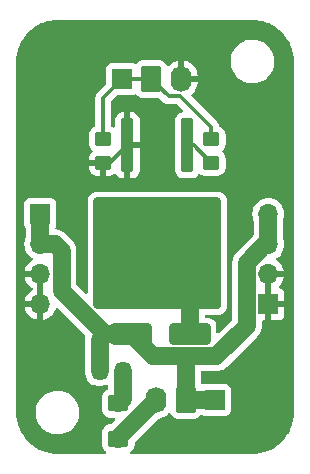
<source format=gtl>
G04 #@! TF.GenerationSoftware,KiCad,Pcbnew,7.0.1*
G04 #@! TF.CreationDate,2025-03-09T11:47:29-05:00*
G04 #@! TF.ProjectId,Single Mosfet Board V2,53696e67-6c65-4204-9d6f-736665742042,rev?*
G04 #@! TF.SameCoordinates,Original*
G04 #@! TF.FileFunction,Copper,L1,Top*
G04 #@! TF.FilePolarity,Positive*
%FSLAX46Y46*%
G04 Gerber Fmt 4.6, Leading zero omitted, Abs format (unit mm)*
G04 Created by KiCad (PCBNEW 7.0.1) date 2025-03-09 11:47:29*
%MOMM*%
%LPD*%
G01*
G04 APERTURE LIST*
G04 Aperture macros list*
%AMRoundRect*
0 Rectangle with rounded corners*
0 $1 Rounding radius*
0 $2 $3 $4 $5 $6 $7 $8 $9 X,Y pos of 4 corners*
0 Add a 4 corners polygon primitive as box body*
4,1,4,$2,$3,$4,$5,$6,$7,$8,$9,$2,$3,0*
0 Add four circle primitives for the rounded corners*
1,1,$1+$1,$2,$3*
1,1,$1+$1,$4,$5*
1,1,$1+$1,$6,$7*
1,1,$1+$1,$8,$9*
0 Add four rect primitives between the rounded corners*
20,1,$1+$1,$2,$3,$4,$5,0*
20,1,$1+$1,$4,$5,$6,$7,0*
20,1,$1+$1,$6,$7,$8,$9,0*
20,1,$1+$1,$8,$9,$2,$3,0*%
G04 Aperture macros list end*
G04 #@! TA.AperFunction,SMDPad,CuDef*
%ADD10RoundRect,0.250000X-0.450000X0.350000X-0.450000X-0.350000X0.450000X-0.350000X0.450000X0.350000X0*%
G04 #@! TD*
G04 #@! TA.AperFunction,SMDPad,CuDef*
%ADD11RoundRect,0.250000X-0.300000X2.050000X-0.300000X-2.050000X0.300000X-2.050000X0.300000X2.050000X0*%
G04 #@! TD*
G04 #@! TA.AperFunction,SMDPad,CuDef*
%ADD12RoundRect,0.250002X-5.149998X4.449998X-5.149998X-4.449998X5.149998X-4.449998X5.149998X4.449998X0*%
G04 #@! TD*
G04 #@! TA.AperFunction,SMDPad,CuDef*
%ADD13RoundRect,0.250000X-2.375000X2.025000X-2.375000X-2.025000X2.375000X-2.025000X2.375000X2.025000X0*%
G04 #@! TD*
G04 #@! TA.AperFunction,ComponentPad*
%ADD14RoundRect,0.250000X-0.620000X-0.845000X0.620000X-0.845000X0.620000X0.845000X-0.620000X0.845000X0*%
G04 #@! TD*
G04 #@! TA.AperFunction,ComponentPad*
%ADD15O,1.740000X2.190000*%
G04 #@! TD*
G04 #@! TA.AperFunction,ComponentPad*
%ADD16R,1.700000X1.700000*%
G04 #@! TD*
G04 #@! TA.AperFunction,ComponentPad*
%ADD17O,1.700000X1.700000*%
G04 #@! TD*
G04 #@! TA.AperFunction,SMDPad,CuDef*
%ADD18RoundRect,0.250001X0.624999X-0.462499X0.624999X0.462499X-0.624999X0.462499X-0.624999X-0.462499X0*%
G04 #@! TD*
G04 #@! TA.AperFunction,ComponentPad*
%ADD19RoundRect,0.250000X0.620000X0.845000X-0.620000X0.845000X-0.620000X-0.845000X0.620000X-0.845000X0*%
G04 #@! TD*
G04 #@! TA.AperFunction,SMDPad,CuDef*
%ADD20RoundRect,0.250000X-1.500000X-0.650000X1.500000X-0.650000X1.500000X0.650000X-1.500000X0.650000X0*%
G04 #@! TD*
G04 #@! TA.AperFunction,SMDPad,CuDef*
%ADD21RoundRect,0.250000X-0.350000X-0.450000X0.350000X-0.450000X0.350000X0.450000X-0.350000X0.450000X0*%
G04 #@! TD*
G04 #@! TA.AperFunction,ViaPad*
%ADD22C,0.800000*%
G04 #@! TD*
G04 #@! TA.AperFunction,Conductor*
%ADD23C,0.350000*%
G04 #@! TD*
G04 #@! TA.AperFunction,Conductor*
%ADD24C,1.500000*%
G04 #@! TD*
G04 APERTURE END LIST*
D10*
X134874000Y-71374000D03*
X134874000Y-73374000D03*
D11*
X141986000Y-71876000D03*
X136906000Y-71876000D03*
D12*
X139446000Y-81026000D03*
D13*
X136671000Y-83451000D03*
X142221000Y-78601000D03*
X142221000Y-83451000D03*
X136671000Y-78601000D03*
D14*
X138938000Y-66270000D03*
D15*
X141478000Y-66270000D03*
D16*
X144330000Y-93430000D03*
D17*
X148844000Y-77714000D03*
X148844000Y-80254000D03*
X148844000Y-82794000D03*
D16*
X148844000Y-85334000D03*
X129540000Y-77700000D03*
D17*
X129540000Y-80240000D03*
X129540000Y-82780000D03*
X129540000Y-85320000D03*
D18*
X136144000Y-96701000D03*
X136144000Y-93726000D03*
D16*
X136478000Y-66270000D03*
D10*
X144018000Y-71374000D03*
X144018000Y-73374000D03*
D19*
X141870000Y-93430000D03*
D15*
X139330000Y-93430000D03*
D20*
X137200000Y-87884000D03*
X142200000Y-87884000D03*
D21*
X134550000Y-91000000D03*
X136550000Y-91000000D03*
D22*
X141224000Y-87884000D03*
X143256000Y-87884000D03*
D23*
X134874000Y-73374000D02*
X135408000Y-73374000D01*
X135408000Y-73374000D02*
X136906000Y-71876000D01*
X134874000Y-67874000D02*
X136478000Y-66270000D01*
X134874000Y-71374000D02*
X134874000Y-67874000D01*
X138938000Y-66270000D02*
X136478000Y-66270000D01*
X140408000Y-67740000D02*
X138938000Y-66270000D01*
X141400000Y-67740000D02*
X140408000Y-67740000D01*
X144018000Y-70358000D02*
X141400000Y-67740000D01*
X144018000Y-71374000D02*
X144018000Y-70358000D01*
X142520000Y-71876000D02*
X144018000Y-73374000D01*
X141986000Y-71876000D02*
X142520000Y-71876000D01*
D24*
X142200000Y-83472000D02*
X142221000Y-83451000D01*
X142200000Y-87884000D02*
X142200000Y-83472000D01*
X136550000Y-93320000D02*
X136550000Y-91000000D01*
X136144000Y-93726000D02*
X136550000Y-93320000D01*
X136144000Y-96616000D02*
X139330000Y-93430000D01*
X136144000Y-96701000D02*
X136144000Y-96616000D01*
X134550000Y-88340945D02*
X134550000Y-91000000D01*
X135006945Y-87884000D02*
X134550000Y-88340945D01*
X141732000Y-89734000D02*
X144454000Y-89734000D01*
X141870000Y-89872000D02*
X141732000Y-89734000D01*
X139050000Y-89734000D02*
X141732000Y-89734000D01*
X141870000Y-93430000D02*
X141870000Y-89872000D01*
X148844000Y-77714000D02*
X148844000Y-80254000D01*
X147044000Y-81810000D02*
X148600000Y-80254000D01*
X148600000Y-80254000D02*
X148844000Y-80254000D01*
X144454000Y-89734000D02*
X147044000Y-87144000D01*
X147044000Y-87144000D02*
X147044000Y-81810000D01*
X137200000Y-87884000D02*
X139050000Y-89734000D01*
X129540000Y-77700000D02*
X129540000Y-80240000D01*
X130786000Y-80240000D02*
X129540000Y-80240000D01*
X131340000Y-84217055D02*
X131340000Y-80794000D01*
X135006945Y-87884000D02*
X131340000Y-84217055D01*
X131340000Y-80794000D02*
X130786000Y-80240000D01*
X137200000Y-87884000D02*
X135006945Y-87884000D01*
X144330000Y-93430000D02*
X141870000Y-93430000D01*
G04 #@! TA.AperFunction,Conductor*
G36*
X147503032Y-61270649D02*
G01*
X147507384Y-61270862D01*
X147652450Y-61277989D01*
X147843670Y-61288010D01*
X147855324Y-61289177D01*
X148021254Y-61313791D01*
X148022225Y-61313940D01*
X148194897Y-61341289D01*
X148205570Y-61343465D01*
X148371374Y-61384997D01*
X148373014Y-61385422D01*
X148538880Y-61429866D01*
X148548544Y-61432884D01*
X148652693Y-61470150D01*
X148710526Y-61490843D01*
X148713188Y-61491830D01*
X148746726Y-61504704D01*
X148872097Y-61552829D01*
X148880623Y-61556475D01*
X149036869Y-61630374D01*
X149040055Y-61631939D01*
X149182487Y-61704511D01*
X149191094Y-61708897D01*
X149198547Y-61713023D01*
X149347075Y-61802047D01*
X149350824Y-61804387D01*
X149492670Y-61896503D01*
X149498977Y-61900884D01*
X149638210Y-62004147D01*
X149642365Y-62007367D01*
X149773635Y-62113667D01*
X149778872Y-62118155D01*
X149907389Y-62234636D01*
X149911797Y-62238833D01*
X150031165Y-62358201D01*
X150035362Y-62362609D01*
X150151843Y-62491126D01*
X150156331Y-62496363D01*
X150262620Y-62627619D01*
X150265851Y-62631788D01*
X150369114Y-62771021D01*
X150373512Y-62777353D01*
X150465599Y-62919155D01*
X150467963Y-62922942D01*
X150556975Y-63071451D01*
X150561101Y-63078904D01*
X150638037Y-63229898D01*
X150639647Y-63233176D01*
X150713510Y-63389345D01*
X150717179Y-63397925D01*
X150778168Y-63556810D01*
X150779155Y-63559472D01*
X150837111Y-63721447D01*
X150840135Y-63731128D01*
X150884535Y-63896827D01*
X150885044Y-63898792D01*
X150926526Y-64064398D01*
X150928715Y-64075130D01*
X150956041Y-64247665D01*
X150956226Y-64248867D01*
X150980818Y-64414649D01*
X150981990Y-64426355D01*
X150991989Y-64617157D01*
X150991886Y-64617162D01*
X150992011Y-64617561D01*
X150999351Y-64766967D01*
X150999500Y-64773052D01*
X150999500Y-94496948D01*
X150999351Y-94503033D01*
X150992014Y-94652369D01*
X150991993Y-94652774D01*
X150981990Y-94843644D01*
X150980818Y-94855349D01*
X150956226Y-95021131D01*
X150956041Y-95022333D01*
X150928715Y-95194868D01*
X150926526Y-95205600D01*
X150885044Y-95371206D01*
X150884535Y-95373171D01*
X150840135Y-95538870D01*
X150837111Y-95548551D01*
X150779155Y-95710526D01*
X150778168Y-95713188D01*
X150717179Y-95872073D01*
X150713510Y-95880653D01*
X150639647Y-96036822D01*
X150638037Y-96040100D01*
X150561101Y-96191094D01*
X150556975Y-96198547D01*
X150467963Y-96347056D01*
X150465599Y-96350843D01*
X150373512Y-96492645D01*
X150369114Y-96498977D01*
X150265851Y-96638210D01*
X150262620Y-96642379D01*
X150156331Y-96773635D01*
X150151843Y-96778872D01*
X150035362Y-96907389D01*
X150031165Y-96911797D01*
X149911797Y-97031165D01*
X149907389Y-97035362D01*
X149778872Y-97151843D01*
X149773635Y-97156331D01*
X149642379Y-97262620D01*
X149638210Y-97265851D01*
X149498977Y-97369114D01*
X149492645Y-97373512D01*
X149350843Y-97465599D01*
X149347056Y-97467963D01*
X149198547Y-97556975D01*
X149191094Y-97561101D01*
X149040100Y-97638037D01*
X149036822Y-97639647D01*
X148880653Y-97713510D01*
X148872073Y-97717179D01*
X148713188Y-97778168D01*
X148710526Y-97779155D01*
X148548551Y-97837111D01*
X148538870Y-97840135D01*
X148373171Y-97884535D01*
X148371206Y-97885044D01*
X148205600Y-97926526D01*
X148194868Y-97928715D01*
X148022333Y-97956041D01*
X148021131Y-97956226D01*
X147855349Y-97980818D01*
X147843644Y-97981990D01*
X147652774Y-97991993D01*
X147652369Y-97992014D01*
X147503033Y-97999351D01*
X147496948Y-97999500D01*
X137280460Y-97999500D01*
X137219086Y-97983246D01*
X137173802Y-97938745D01*
X137156479Y-97877664D01*
X137171659Y-97816016D01*
X137215363Y-97769962D01*
X137237654Y-97756212D01*
X137361711Y-97632155D01*
X137453813Y-97482836D01*
X137458742Y-97467963D01*
X137508999Y-97316297D01*
X137519500Y-97213508D01*
X137519500Y-97060336D01*
X137528939Y-97012883D01*
X137555819Y-96972655D01*
X138035829Y-96492645D01*
X139484548Y-95043924D01*
X139512903Y-95022719D01*
X139546098Y-95010392D01*
X139732765Y-94970164D01*
X139949235Y-94883179D01*
X140147891Y-94760862D01*
X140323018Y-94606731D01*
X140354911Y-94567231D01*
X140408178Y-94528902D01*
X140473547Y-94523126D01*
X140532710Y-94551521D01*
X140554344Y-94583993D01*
X140557578Y-94581999D01*
X140565185Y-94594333D01*
X140565186Y-94594334D01*
X140585818Y-94627785D01*
X140657288Y-94743657D01*
X140781342Y-94867711D01*
X140790426Y-94873314D01*
X140930666Y-94959814D01*
X141042017Y-94996712D01*
X141097202Y-95014999D01*
X141107703Y-95016071D01*
X141199991Y-95025500D01*
X142540008Y-95025499D01*
X142642797Y-95014999D01*
X142809334Y-94959814D01*
X142958656Y-94867712D01*
X143082712Y-94743656D01*
X143082713Y-94743653D01*
X143084431Y-94741936D01*
X143134353Y-94711506D01*
X143192669Y-94707333D01*
X143220359Y-94719188D01*
X143220965Y-94717565D01*
X143237666Y-94723794D01*
X143237669Y-94723796D01*
X143372517Y-94774091D01*
X143432127Y-94780500D01*
X145227872Y-94780499D01*
X145287483Y-94774091D01*
X145422331Y-94723796D01*
X145537546Y-94637546D01*
X145623796Y-94522331D01*
X145674091Y-94387483D01*
X145680500Y-94327873D01*
X145680499Y-92532128D01*
X145674091Y-92472517D01*
X145623796Y-92337669D01*
X145537546Y-92222454D01*
X145422331Y-92136204D01*
X145287483Y-92085909D01*
X145227873Y-92079500D01*
X145227869Y-92079500D01*
X143432130Y-92079500D01*
X143372515Y-92085909D01*
X143287833Y-92117494D01*
X143229046Y-92124345D01*
X143173780Y-92103168D01*
X143134624Y-92058787D01*
X143120500Y-92001312D01*
X143120500Y-91108500D01*
X143137113Y-91046500D01*
X143182500Y-91001113D01*
X143244500Y-90984500D01*
X144376814Y-90984500D01*
X144390698Y-90985280D01*
X144425826Y-90989238D01*
X144425826Y-90989237D01*
X144425827Y-90989238D01*
X144491934Y-90984780D01*
X144500274Y-90984500D01*
X144510150Y-90984500D01*
X144510155Y-90984500D01*
X144550800Y-90980841D01*
X144553504Y-90980628D01*
X144650412Y-90974096D01*
X144654652Y-90973027D01*
X144673837Y-90969768D01*
X144678188Y-90969377D01*
X144771856Y-90943525D01*
X144774466Y-90942836D01*
X144868683Y-90919096D01*
X144872658Y-90917290D01*
X144890961Y-90910655D01*
X144895167Y-90909494D01*
X144895167Y-90909493D01*
X144895170Y-90909493D01*
X144982739Y-90867321D01*
X144985165Y-90866187D01*
X145073626Y-90826007D01*
X145077209Y-90823524D01*
X145094039Y-90813723D01*
X145097973Y-90811829D01*
X145176608Y-90754696D01*
X145178781Y-90753155D01*
X145258654Y-90697820D01*
X145261740Y-90694732D01*
X145276543Y-90682089D01*
X145280078Y-90679522D01*
X145347238Y-90609276D01*
X145349095Y-90607377D01*
X147873672Y-88082801D01*
X147884021Y-88073553D01*
X147911666Y-88051508D01*
X147955261Y-88001608D01*
X147960952Y-87995522D01*
X147967945Y-87988530D01*
X147994158Y-87957130D01*
X147995783Y-87955227D01*
X148059765Y-87881996D01*
X148062008Y-87878240D01*
X148073269Y-87862371D01*
X148076068Y-87859019D01*
X148124008Y-87774529D01*
X148125375Y-87772182D01*
X148175214Y-87688765D01*
X148175215Y-87688764D01*
X148176749Y-87684674D01*
X148184998Y-87667041D01*
X148187153Y-87663245D01*
X148219253Y-87571507D01*
X148220153Y-87569023D01*
X148254307Y-87478024D01*
X148255087Y-87473723D01*
X148260052Y-87454913D01*
X148261498Y-87450783D01*
X148276708Y-87354746D01*
X148277144Y-87352181D01*
X148294500Y-87256547D01*
X148294500Y-87252170D01*
X148296027Y-87232771D01*
X148296710Y-87228460D01*
X148294531Y-87131378D01*
X148294500Y-87128596D01*
X148294500Y-86808000D01*
X148311113Y-86746000D01*
X148356500Y-86700613D01*
X148418500Y-86684000D01*
X148594000Y-86684000D01*
X148594000Y-85584000D01*
X149094000Y-85584000D01*
X149094000Y-86684000D01*
X149741824Y-86684000D01*
X149801375Y-86677597D01*
X149936089Y-86627352D01*
X150051188Y-86541188D01*
X150137352Y-86426089D01*
X150187597Y-86291375D01*
X150194000Y-86231824D01*
X150194000Y-85584000D01*
X149094000Y-85584000D01*
X148594000Y-85584000D01*
X148594000Y-83044000D01*
X149094000Y-83044000D01*
X149094000Y-85084000D01*
X150194000Y-85084000D01*
X150194000Y-84436176D01*
X150187597Y-84376624D01*
X150137352Y-84241910D01*
X150051188Y-84126811D01*
X149936088Y-84040647D01*
X149804012Y-83991385D01*
X149753633Y-83956405D01*
X149726180Y-83901561D01*
X149728369Y-83840268D01*
X149759665Y-83787521D01*
X149882109Y-83665077D01*
X150017600Y-83471576D01*
X150117430Y-83257492D01*
X150174636Y-83044000D01*
X149094000Y-83044000D01*
X148594000Y-83044000D01*
X148594000Y-82668000D01*
X148610613Y-82606000D01*
X148656000Y-82560613D01*
X148718000Y-82544000D01*
X150174636Y-82544000D01*
X150174635Y-82543999D01*
X150117430Y-82330507D01*
X150017599Y-82116421D01*
X149882109Y-81922921D01*
X149715081Y-81755893D01*
X149529404Y-81625880D01*
X149490539Y-81581562D01*
X149476528Y-81524305D01*
X149490539Y-81467048D01*
X149529402Y-81422732D01*
X149715401Y-81292495D01*
X149882495Y-81125401D01*
X150018035Y-80931830D01*
X150117903Y-80717663D01*
X150179063Y-80489408D01*
X150199659Y-80254000D01*
X150192692Y-80174374D01*
X150179063Y-80018592D01*
X150147501Y-79900800D01*
X150117903Y-79790337D01*
X150111375Y-79776337D01*
X150106118Y-79765063D01*
X150094500Y-79712659D01*
X150094500Y-78255341D01*
X150106118Y-78202937D01*
X150117902Y-78177665D01*
X150179063Y-77949407D01*
X150199659Y-77714000D01*
X150179063Y-77478592D01*
X150179062Y-77478591D01*
X150117903Y-77250337D01*
X150018035Y-77036171D01*
X149882495Y-76842599D01*
X149715401Y-76675505D01*
X149521830Y-76539965D01*
X149307663Y-76440097D01*
X149244613Y-76423203D01*
X149079407Y-76378936D01*
X148844000Y-76358340D01*
X148608592Y-76378936D01*
X148380336Y-76440097D01*
X148166170Y-76539965D01*
X147972598Y-76675505D01*
X147805505Y-76842598D01*
X147669965Y-77036170D01*
X147570097Y-77250336D01*
X147508936Y-77478592D01*
X147488340Y-77714000D01*
X147508936Y-77949407D01*
X147570097Y-78177665D01*
X147581882Y-78202937D01*
X147593500Y-78255341D01*
X147593500Y-79440664D01*
X147584061Y-79488117D01*
X147557181Y-79528345D01*
X146214344Y-80871180D01*
X146203981Y-80880442D01*
X146176335Y-80902491D01*
X146132735Y-80952392D01*
X146127050Y-80958473D01*
X146120059Y-80965464D01*
X146093928Y-80996764D01*
X146092124Y-80998876D01*
X146028235Y-81072003D01*
X146025986Y-81075767D01*
X146014739Y-81091617D01*
X146011932Y-81094979D01*
X145963978Y-81179490D01*
X145962604Y-81181849D01*
X145913719Y-81263671D01*
X145912782Y-81265241D01*
X145911246Y-81269335D01*
X145903009Y-81286944D01*
X145900847Y-81290753D01*
X145868762Y-81382444D01*
X145867814Y-81385057D01*
X145833691Y-81475978D01*
X145832910Y-81480282D01*
X145827950Y-81499077D01*
X145826501Y-81503217D01*
X145811304Y-81599166D01*
X145810838Y-81601907D01*
X145793500Y-81697450D01*
X145793500Y-81701830D01*
X145791973Y-81721229D01*
X145791290Y-81725539D01*
X145793469Y-81822640D01*
X145793500Y-81825422D01*
X145793500Y-86574664D01*
X145784061Y-86622117D01*
X145757181Y-86662345D01*
X144662180Y-87757345D01*
X144612817Y-87787595D01*
X144555101Y-87792137D01*
X144501614Y-87769982D01*
X144464014Y-87725959D01*
X144450499Y-87669664D01*
X144450499Y-87183991D01*
X144439999Y-87081203D01*
X144439998Y-87081202D01*
X144384814Y-86914666D01*
X144292712Y-86765344D01*
X144292711Y-86765342D01*
X144168657Y-86641288D01*
X144019334Y-86549186D01*
X143852797Y-86494000D01*
X143750009Y-86483500D01*
X143574500Y-86483500D01*
X143512500Y-86466887D01*
X143467113Y-86421500D01*
X143450500Y-86359500D01*
X143450500Y-86350499D01*
X143467113Y-86288499D01*
X143512500Y-86243112D01*
X143574500Y-86226499D01*
X144646009Y-86226499D01*
X144697402Y-86221249D01*
X144748797Y-86215999D01*
X144915334Y-86160814D01*
X145064656Y-86068712D01*
X145188712Y-85944656D01*
X145280814Y-85795334D01*
X145335999Y-85628797D01*
X145346500Y-85526009D01*
X145346500Y-83535460D01*
X145346499Y-80676014D01*
X145346500Y-80676009D01*
X145346499Y-76525992D01*
X145335999Y-76423203D01*
X145280814Y-76256666D01*
X145188712Y-76107344D01*
X145188711Y-76107342D01*
X145064657Y-75983288D01*
X144915334Y-75891186D01*
X144748797Y-75836000D01*
X144646009Y-75825500D01*
X144646007Y-75825500D01*
X139096014Y-75825500D01*
X139096009Y-75825500D01*
X134245991Y-75825500D01*
X134143203Y-75836000D01*
X133976665Y-75891186D01*
X133827342Y-75983288D01*
X133703288Y-76107342D01*
X133611186Y-76256665D01*
X133556000Y-76423203D01*
X133552272Y-76459710D01*
X133552272Y-76459714D01*
X133545500Y-76525995D01*
X133545500Y-84354719D01*
X133531985Y-84411014D01*
X133494385Y-84455037D01*
X133440898Y-84477192D01*
X133383182Y-84472650D01*
X133333819Y-84442400D01*
X132626819Y-83735400D01*
X132599939Y-83695172D01*
X132590500Y-83647719D01*
X132590500Y-80871176D01*
X132591280Y-80857291D01*
X132595237Y-80822171D01*
X132590781Y-80756077D01*
X132590500Y-80747736D01*
X132590500Y-80737848D01*
X132586844Y-80697228D01*
X132586626Y-80694452D01*
X132580096Y-80597589D01*
X132580096Y-80597587D01*
X132579027Y-80593345D01*
X132575768Y-80574157D01*
X132575377Y-80569812D01*
X132549534Y-80476173D01*
X132548840Y-80473547D01*
X132525096Y-80379316D01*
X132523290Y-80375340D01*
X132516655Y-80357040D01*
X132515493Y-80352830D01*
X132473346Y-80265311D01*
X132472189Y-80262839D01*
X132449709Y-80213346D01*
X132432008Y-80174375D01*
X132431062Y-80173010D01*
X132429517Y-80170780D01*
X132419724Y-80153962D01*
X132417830Y-80150029D01*
X132417829Y-80150027D01*
X132360704Y-80071402D01*
X132359163Y-80069229D01*
X132303820Y-79989345D01*
X132300727Y-79986252D01*
X132288088Y-79971453D01*
X132285522Y-79967921D01*
X132215319Y-79900800D01*
X132213330Y-79898855D01*
X131724816Y-79410342D01*
X131715550Y-79399974D01*
X131693506Y-79372332D01*
X131643603Y-79328732D01*
X131637507Y-79323033D01*
X131630527Y-79316053D01*
X131599255Y-79289945D01*
X131597140Y-79288139D01*
X131572809Y-79266882D01*
X131523996Y-79224235D01*
X131520236Y-79221988D01*
X131504370Y-79210730D01*
X131501018Y-79207931D01*
X131416548Y-79160001D01*
X131414145Y-79158601D01*
X131330765Y-79108785D01*
X131326671Y-79107249D01*
X131309046Y-79099003D01*
X131305245Y-79096847D01*
X131305244Y-79096846D01*
X131305243Y-79096846D01*
X131213568Y-79064767D01*
X131210954Y-79063819D01*
X131120028Y-79029694D01*
X131120025Y-79029693D01*
X131120024Y-79029693D01*
X131115721Y-79028911D01*
X131096917Y-79023948D01*
X131092782Y-79022501D01*
X130996847Y-79007306D01*
X130994106Y-79006841D01*
X130982185Y-79004677D01*
X130908878Y-78991374D01*
X130852283Y-78965161D01*
X130815608Y-78914709D01*
X130808135Y-78852784D01*
X130831755Y-78795057D01*
X130833796Y-78792331D01*
X130884091Y-78657483D01*
X130890500Y-78597873D01*
X130890499Y-76802128D01*
X130884091Y-76742517D01*
X130833796Y-76607669D01*
X130747546Y-76492454D01*
X130632331Y-76406204D01*
X130497483Y-76355909D01*
X130437873Y-76349500D01*
X130437869Y-76349500D01*
X128642130Y-76349500D01*
X128582515Y-76355909D01*
X128447669Y-76406204D01*
X128332454Y-76492454D01*
X128246204Y-76607668D01*
X128195909Y-76742516D01*
X128189500Y-76802130D01*
X128189500Y-78597869D01*
X128195909Y-78657483D01*
X128246204Y-78792331D01*
X128264768Y-78817129D01*
X128283155Y-78852280D01*
X128289500Y-78891439D01*
X128289500Y-79698659D01*
X128277882Y-79751063D01*
X128266097Y-79776334D01*
X128204936Y-80004592D01*
X128184340Y-80239999D01*
X128204936Y-80475407D01*
X128208688Y-80489408D01*
X128266097Y-80703663D01*
X128365965Y-80917830D01*
X128501505Y-81111401D01*
X128668599Y-81278495D01*
X128854597Y-81408732D01*
X128893460Y-81453048D01*
X128907471Y-81510305D01*
X128893461Y-81567561D01*
X128854595Y-81611880D01*
X128668919Y-81741892D01*
X128501890Y-81908921D01*
X128366400Y-82102421D01*
X128266569Y-82316507D01*
X128209364Y-82529999D01*
X128209364Y-82530000D01*
X129666000Y-82530000D01*
X129728000Y-82546613D01*
X129773387Y-82592000D01*
X129790000Y-82654000D01*
X129790000Y-86650635D01*
X130003492Y-86593430D01*
X130217576Y-86493600D01*
X130411081Y-86358106D01*
X130578106Y-86191081D01*
X130713600Y-85997576D01*
X130813431Y-85783491D01*
X130826424Y-85734998D01*
X130858517Y-85679410D01*
X130914104Y-85647315D01*
X130978292Y-85647315D01*
X131033880Y-85679409D01*
X133295500Y-87941029D01*
X133325750Y-87990392D01*
X133330292Y-88048108D01*
X133317304Y-88130110D01*
X133316838Y-88132852D01*
X133299500Y-88228395D01*
X133299500Y-88232775D01*
X133297973Y-88252174D01*
X133297290Y-88256484D01*
X133299469Y-88353585D01*
X133299500Y-88356367D01*
X133299500Y-91056153D01*
X133314623Y-91224190D01*
X133374507Y-91441171D01*
X133473423Y-91646573D01*
X133479409Y-91661369D01*
X133515186Y-91769336D01*
X133607288Y-91918657D01*
X133731342Y-92042711D01*
X133731344Y-92042712D01*
X133880666Y-92134814D01*
X133992016Y-92171712D01*
X134047202Y-92189999D01*
X134057702Y-92191071D01*
X134149991Y-92200500D01*
X134176067Y-92200499D01*
X134203659Y-92203607D01*
X134381463Y-92244191D01*
X134588528Y-92253490D01*
X134606328Y-92254290D01*
X134606328Y-92254289D01*
X134606330Y-92254290D01*
X134829387Y-92224075D01*
X134883268Y-92206567D01*
X134921586Y-92200499D01*
X134950009Y-92200499D01*
X135001402Y-92195249D01*
X135052797Y-92189999D01*
X135136495Y-92162264D01*
X135194363Y-92157413D01*
X135248093Y-92179440D01*
X135285903Y-92223514D01*
X135299500Y-92279970D01*
X135299500Y-92456063D01*
X135288877Y-92506278D01*
X135258830Y-92547890D01*
X135214505Y-92573768D01*
X135208846Y-92575643D01*
X135199662Y-92578687D01*
X135050344Y-92670788D01*
X134926288Y-92794844D01*
X134834186Y-92944163D01*
X134779000Y-93110702D01*
X134768500Y-93213492D01*
X134768500Y-94238508D01*
X134779000Y-94341297D01*
X134834186Y-94507836D01*
X134926288Y-94657155D01*
X135050344Y-94781211D01*
X135199663Y-94873313D01*
X135366202Y-94928499D01*
X135468992Y-94939000D01*
X135753163Y-94939000D01*
X135809458Y-94952515D01*
X135853481Y-94990115D01*
X135875636Y-95043602D01*
X135871094Y-95101318D01*
X135840844Y-95150681D01*
X135538649Y-95452876D01*
X135504189Y-95477193D01*
X135463571Y-95488553D01*
X135366202Y-95498500D01*
X135199663Y-95553686D01*
X135050344Y-95645788D01*
X134926288Y-95769844D01*
X134834186Y-95919163D01*
X134779000Y-96085702D01*
X134768500Y-96188492D01*
X134768500Y-97213508D01*
X134779000Y-97316297D01*
X134834186Y-97482836D01*
X134926288Y-97632155D01*
X135050345Y-97756212D01*
X135072637Y-97769962D01*
X135116341Y-97816016D01*
X135131521Y-97877664D01*
X135114198Y-97938745D01*
X135068914Y-97983246D01*
X135007540Y-97999500D01*
X131003052Y-97999500D01*
X130996967Y-97999351D01*
X130847629Y-97992014D01*
X130847224Y-97991993D01*
X130656354Y-97981990D01*
X130644649Y-97980818D01*
X130478867Y-97956226D01*
X130477665Y-97956041D01*
X130305130Y-97928715D01*
X130294398Y-97926526D01*
X130128792Y-97885044D01*
X130126827Y-97884535D01*
X129961128Y-97840135D01*
X129951447Y-97837111D01*
X129789472Y-97779155D01*
X129786810Y-97778168D01*
X129627925Y-97717179D01*
X129619351Y-97713512D01*
X129463176Y-97639647D01*
X129459898Y-97638037D01*
X129308904Y-97561101D01*
X129301451Y-97556975D01*
X129152942Y-97467963D01*
X129149155Y-97465599D01*
X129101996Y-97434973D01*
X129007343Y-97373505D01*
X129001021Y-97369114D01*
X128861788Y-97265851D01*
X128857619Y-97262620D01*
X128726363Y-97156331D01*
X128721126Y-97151843D01*
X128592609Y-97035362D01*
X128588201Y-97031165D01*
X128468833Y-96911797D01*
X128464636Y-96907389D01*
X128348155Y-96778872D01*
X128343667Y-96773635D01*
X128237378Y-96642379D01*
X128234147Y-96638210D01*
X128130884Y-96498977D01*
X128126503Y-96492670D01*
X128034387Y-96350824D01*
X128032035Y-96347056D01*
X127943023Y-96198547D01*
X127938897Y-96191094D01*
X127933251Y-96180013D01*
X127861939Y-96040055D01*
X127860374Y-96036869D01*
X127786475Y-95880623D01*
X127782829Y-95872097D01*
X127721830Y-95713188D01*
X127720843Y-95710526D01*
X127674000Y-95579610D01*
X127662884Y-95548544D01*
X127659863Y-95538870D01*
X127649046Y-95498500D01*
X127615422Y-95373014D01*
X127614997Y-95371374D01*
X127573465Y-95205570D01*
X127571289Y-95194897D01*
X127543940Y-95022225D01*
X127543791Y-95021254D01*
X127519177Y-94855324D01*
X127518010Y-94843670D01*
X127507985Y-94652369D01*
X127503829Y-94567764D01*
X129145787Y-94567764D01*
X129175413Y-94837016D01*
X129205609Y-94952515D01*
X129243928Y-95099088D01*
X129289191Y-95205600D01*
X129349871Y-95348392D01*
X129490982Y-95579611D01*
X129602146Y-95713188D01*
X129664255Y-95787820D01*
X129865998Y-95968582D01*
X130091910Y-96118044D01*
X130159338Y-96149653D01*
X130337177Y-96233021D01*
X130596562Y-96311058D01*
X130596569Y-96311060D01*
X130864561Y-96350500D01*
X131067631Y-96350500D01*
X131067634Y-96350500D01*
X131270156Y-96335677D01*
X131270155Y-96335677D01*
X131534553Y-96276780D01*
X131787558Y-96180014D01*
X132023777Y-96047441D01*
X132238177Y-95881888D01*
X132426186Y-95686881D01*
X132583799Y-95466579D01*
X132707656Y-95225675D01*
X132795118Y-94969305D01*
X132844319Y-94702933D01*
X132854212Y-94432235D01*
X132824586Y-94162982D01*
X132756072Y-93900912D01*
X132650130Y-93651610D01*
X132509018Y-93420390D01*
X132509017Y-93420388D01*
X132335746Y-93212181D01*
X132230758Y-93118112D01*
X132134002Y-93031418D01*
X131908090Y-92881956D01*
X131857875Y-92858416D01*
X131662822Y-92766978D01*
X131403437Y-92688941D01*
X131403431Y-92688940D01*
X131135439Y-92649500D01*
X130932369Y-92649500D01*
X130932366Y-92649500D01*
X130729843Y-92664322D01*
X130465449Y-92723219D01*
X130212441Y-92819986D01*
X129976223Y-92952559D01*
X129761825Y-93118109D01*
X129573813Y-93313120D01*
X129416201Y-93533420D01*
X129292342Y-93774329D01*
X129204881Y-94030695D01*
X129155680Y-94297066D01*
X129145787Y-94567764D01*
X127503829Y-94567764D01*
X127500649Y-94503032D01*
X127500500Y-94496949D01*
X127500500Y-85570000D01*
X128209364Y-85570000D01*
X128266569Y-85783492D01*
X128366399Y-85997576D01*
X128501893Y-86191081D01*
X128668918Y-86358106D01*
X128862423Y-86493600D01*
X129076507Y-86593430D01*
X129289999Y-86650635D01*
X129290000Y-86650636D01*
X129290000Y-85570000D01*
X128209364Y-85570000D01*
X127500500Y-85570000D01*
X127500500Y-83030000D01*
X128209364Y-83030000D01*
X128266569Y-83243492D01*
X128366399Y-83457576D01*
X128501893Y-83651081D01*
X128668918Y-83818106D01*
X128855031Y-83948425D01*
X128893896Y-83992743D01*
X128907907Y-84050000D01*
X128893896Y-84107257D01*
X128855031Y-84151575D01*
X128668918Y-84281893D01*
X128501890Y-84448921D01*
X128366400Y-84642421D01*
X128266569Y-84856507D01*
X128209364Y-85069999D01*
X128209364Y-85070000D01*
X129290000Y-85070000D01*
X129290000Y-83030000D01*
X128209364Y-83030000D01*
X127500500Y-83030000D01*
X127500500Y-73624000D01*
X133674001Y-73624000D01*
X133674001Y-73773979D01*
X133684493Y-73876695D01*
X133739642Y-74043122D01*
X133831683Y-74192345D01*
X133955654Y-74316316D01*
X134104877Y-74408357D01*
X134271303Y-74463506D01*
X134374021Y-74474000D01*
X134624000Y-74474000D01*
X134624000Y-73624000D01*
X133674001Y-73624000D01*
X127500500Y-73624000D01*
X127500500Y-71774008D01*
X133673500Y-71774008D01*
X133684000Y-71876796D01*
X133739186Y-72043334D01*
X133831288Y-72192657D01*
X133925303Y-72286672D01*
X133957397Y-72342259D01*
X133957397Y-72406446D01*
X133925304Y-72462034D01*
X133831681Y-72555656D01*
X133739642Y-72704877D01*
X133684493Y-72871303D01*
X133674000Y-72974021D01*
X133674000Y-73124000D01*
X135000000Y-73124000D01*
X135062000Y-73140613D01*
X135107387Y-73186000D01*
X135124000Y-73248000D01*
X135124000Y-74473999D01*
X135373979Y-74473999D01*
X135476695Y-74463506D01*
X135643122Y-74408357D01*
X135804681Y-74308708D01*
X135805249Y-74309630D01*
X135835547Y-74290634D01*
X135890655Y-74284596D01*
X135942888Y-74303176D01*
X135981803Y-74342660D01*
X136013683Y-74394345D01*
X136137654Y-74518316D01*
X136286877Y-74610357D01*
X136453303Y-74665506D01*
X136556021Y-74676000D01*
X136656000Y-74676000D01*
X136656000Y-72126000D01*
X137156000Y-72126000D01*
X137156000Y-74675999D01*
X137255979Y-74675999D01*
X137358695Y-74665506D01*
X137525122Y-74610357D01*
X137674345Y-74518316D01*
X137798316Y-74394345D01*
X137890357Y-74245122D01*
X137945506Y-74078696D01*
X137956000Y-73975979D01*
X137956000Y-72126000D01*
X137156000Y-72126000D01*
X136656000Y-72126000D01*
X136656000Y-69076001D01*
X136556021Y-69076001D01*
X136453304Y-69086493D01*
X136286877Y-69141642D01*
X136137654Y-69233683D01*
X136013683Y-69357654D01*
X135921642Y-69506877D01*
X135866493Y-69673303D01*
X135856000Y-69776021D01*
X135856000Y-70248185D01*
X135838934Y-70310964D01*
X135792432Y-70356462D01*
X135729296Y-70372156D01*
X135666904Y-70353724D01*
X135643334Y-70339186D01*
X135643333Y-70339185D01*
X135634495Y-70336257D01*
X135590171Y-70310380D01*
X135560123Y-70268768D01*
X135549500Y-70218552D01*
X135549500Y-69076000D01*
X137156000Y-69076000D01*
X137156000Y-71626000D01*
X137955999Y-71626000D01*
X137955999Y-69776021D01*
X137945506Y-69673304D01*
X137890357Y-69506877D01*
X137798316Y-69357654D01*
X137674345Y-69233683D01*
X137525122Y-69141642D01*
X137358696Y-69086493D01*
X137255979Y-69076000D01*
X137156000Y-69076000D01*
X135549500Y-69076000D01*
X135549500Y-68205163D01*
X135558939Y-68157710D01*
X135585819Y-68117482D01*
X136046482Y-67656818D01*
X136086710Y-67629938D01*
X136134163Y-67620499D01*
X137375870Y-67620499D01*
X137375872Y-67620499D01*
X137435483Y-67614091D01*
X137570331Y-67563796D01*
X137570332Y-67563795D01*
X137587036Y-67557565D01*
X137587641Y-67559187D01*
X137615305Y-67547336D01*
X137673633Y-67551501D01*
X137723566Y-67581935D01*
X137849342Y-67707711D01*
X137849344Y-67707712D01*
X137998666Y-67799814D01*
X138098549Y-67832912D01*
X138165202Y-67854999D01*
X138175703Y-67856071D01*
X138267991Y-67865500D01*
X139526836Y-67865499D01*
X139574289Y-67874938D01*
X139614517Y-67901818D01*
X139913271Y-68200572D01*
X139918406Y-68206027D01*
X139956770Y-68249332D01*
X140004389Y-68282200D01*
X140010422Y-68286639D01*
X140055972Y-68322326D01*
X140064523Y-68326174D01*
X140084059Y-68337193D01*
X140091774Y-68342518D01*
X140145883Y-68363039D01*
X140152798Y-68365903D01*
X140205561Y-68389650D01*
X140214768Y-68391337D01*
X140236388Y-68397364D01*
X140245151Y-68400687D01*
X140245153Y-68400687D01*
X140245155Y-68400688D01*
X140302617Y-68407665D01*
X140309982Y-68408785D01*
X140366915Y-68419219D01*
X140424664Y-68415726D01*
X140432151Y-68415500D01*
X141068837Y-68415500D01*
X141116290Y-68424939D01*
X141156518Y-68451819D01*
X141584458Y-68879759D01*
X141616072Y-68933608D01*
X141617435Y-68996036D01*
X141588200Y-69051213D01*
X141535782Y-69085146D01*
X141443773Y-69115635D01*
X141366666Y-69141186D01*
X141366664Y-69141186D01*
X141366664Y-69141187D01*
X141217342Y-69233288D01*
X141093288Y-69357342D01*
X141001186Y-69506665D01*
X140946000Y-69673202D01*
X140935500Y-69775990D01*
X140935500Y-73976008D01*
X140946000Y-74078796D01*
X141001186Y-74245334D01*
X141093288Y-74394657D01*
X141217342Y-74518711D01*
X141217344Y-74518712D01*
X141366666Y-74610814D01*
X141478017Y-74647712D01*
X141533202Y-74665999D01*
X141542729Y-74666972D01*
X141635991Y-74676500D01*
X142336008Y-74676499D01*
X142438797Y-74665999D01*
X142605334Y-74610814D01*
X142754656Y-74518712D01*
X142878712Y-74394656D01*
X142910289Y-74343460D01*
X142949201Y-74303978D01*
X143001430Y-74285397D01*
X143056538Y-74291431D01*
X143086371Y-74310133D01*
X143087007Y-74309103D01*
X143176677Y-74364411D01*
X143248666Y-74408814D01*
X143360016Y-74445712D01*
X143415202Y-74463999D01*
X143425703Y-74465071D01*
X143517991Y-74474500D01*
X144518008Y-74474499D01*
X144620797Y-74463999D01*
X144787334Y-74408814D01*
X144936656Y-74316712D01*
X145060712Y-74192656D01*
X145152814Y-74043334D01*
X145207999Y-73876797D01*
X145218500Y-73774009D01*
X145218499Y-72973992D01*
X145207999Y-72871203D01*
X145152814Y-72704666D01*
X145106762Y-72630004D01*
X145060713Y-72555345D01*
X145060712Y-72555344D01*
X144967047Y-72461679D01*
X144934955Y-72406094D01*
X144934955Y-72341906D01*
X144967047Y-72286320D01*
X145060712Y-72192656D01*
X145152814Y-72043334D01*
X145207999Y-71876797D01*
X145218500Y-71774009D01*
X145218499Y-70973992D01*
X145207999Y-70871203D01*
X145152814Y-70704666D01*
X145060712Y-70555344D01*
X145060711Y-70555342D01*
X144936657Y-70431288D01*
X144787333Y-70339185D01*
X144766969Y-70332437D01*
X144710012Y-70293261D01*
X144682880Y-70229679D01*
X144681529Y-70218552D01*
X144678688Y-70195155D01*
X144678687Y-70195153D01*
X144678687Y-70195151D01*
X144675364Y-70186388D01*
X144669337Y-70164768D01*
X144667650Y-70155561D01*
X144643903Y-70102798D01*
X144641039Y-70095883D01*
X144620518Y-70041774D01*
X144615193Y-70034059D01*
X144604174Y-70014523D01*
X144600326Y-70005972D01*
X144564639Y-69960422D01*
X144560200Y-69954389D01*
X144527332Y-69906770D01*
X144484027Y-69868406D01*
X144478572Y-69863271D01*
X142346581Y-67731280D01*
X142313833Y-67673143D01*
X142315957Y-67606451D01*
X142352338Y-67550516D01*
X142470657Y-67446381D01*
X142617160Y-67264942D01*
X142730896Y-67061344D01*
X142808588Y-66841455D01*
X142848000Y-66611606D01*
X142848000Y-66520000D01*
X141352000Y-66520000D01*
X141290000Y-66503387D01*
X141244613Y-66458000D01*
X141228000Y-66396000D01*
X141228000Y-64697424D01*
X141075378Y-64730317D01*
X140858994Y-64817267D01*
X140660405Y-64939543D01*
X140485343Y-65093617D01*
X140453273Y-65133334D01*
X140400000Y-65171664D01*
X140334626Y-65177435D01*
X140275462Y-65149030D01*
X140253522Y-65116088D01*
X140250422Y-65118001D01*
X140150711Y-64956342D01*
X140026657Y-64832288D01*
X139877334Y-64740186D01*
X139743470Y-64695827D01*
X141728000Y-64695827D01*
X141728000Y-66020000D01*
X142848000Y-66020000D01*
X142848000Y-65986802D01*
X142833176Y-65812635D01*
X142774410Y-65586945D01*
X142678353Y-65374442D01*
X142547763Y-65181227D01*
X142386396Y-65012860D01*
X142198898Y-64874187D01*
X142126657Y-64837764D01*
X145645787Y-64837764D01*
X145675413Y-65107016D01*
X145709998Y-65239304D01*
X145743928Y-65369088D01*
X145746437Y-65374992D01*
X145849871Y-65618392D01*
X145990982Y-65849611D01*
X146132781Y-66020000D01*
X146164255Y-66057820D01*
X146365998Y-66238582D01*
X146591910Y-66388044D01*
X146608882Y-66396000D01*
X146837177Y-66503021D01*
X147096562Y-66581058D01*
X147096569Y-66581060D01*
X147364561Y-66620500D01*
X147567631Y-66620500D01*
X147567634Y-66620500D01*
X147770156Y-66605677D01*
X147770155Y-66605677D01*
X148034553Y-66546780D01*
X148287558Y-66450014D01*
X148523777Y-66317441D01*
X148738177Y-66151888D01*
X148926186Y-65956881D01*
X149083799Y-65736579D01*
X149207656Y-65495675D01*
X149295118Y-65239305D01*
X149344319Y-64972933D01*
X149354212Y-64702235D01*
X149324586Y-64432982D01*
X149256072Y-64170912D01*
X149150130Y-63921610D01*
X149009018Y-63690390D01*
X149009017Y-63690388D01*
X148835746Y-63482181D01*
X148741710Y-63397925D01*
X148634002Y-63301418D01*
X148408090Y-63151956D01*
X148408086Y-63151954D01*
X148162822Y-63036978D01*
X147903437Y-62958941D01*
X147903431Y-62958940D01*
X147635439Y-62919500D01*
X147432369Y-62919500D01*
X147432366Y-62919500D01*
X147229843Y-62934322D01*
X146965449Y-62993219D01*
X146712441Y-63089986D01*
X146476223Y-63222559D01*
X146261825Y-63388109D01*
X146073813Y-63583120D01*
X145916201Y-63803420D01*
X145792342Y-64044329D01*
X145704881Y-64300695D01*
X145655680Y-64567066D01*
X145645787Y-64837764D01*
X142126657Y-64837764D01*
X141990660Y-64769196D01*
X141767673Y-64700907D01*
X141728000Y-64695827D01*
X139743470Y-64695827D01*
X139710797Y-64685000D01*
X139608009Y-64674500D01*
X138267991Y-64674500D01*
X138165203Y-64685000D01*
X137998665Y-64740186D01*
X137849344Y-64832287D01*
X137723567Y-64958064D01*
X137673646Y-64988493D01*
X137615332Y-64992667D01*
X137587640Y-64980811D01*
X137587035Y-64982435D01*
X137570332Y-64976205D01*
X137570331Y-64976204D01*
X137435483Y-64925909D01*
X137375873Y-64919500D01*
X137375869Y-64919500D01*
X135580130Y-64919500D01*
X135520515Y-64925909D01*
X135385669Y-64976204D01*
X135270454Y-65062454D01*
X135184204Y-65177668D01*
X135133909Y-65312516D01*
X135127500Y-65372131D01*
X135127500Y-66613836D01*
X135118061Y-66661289D01*
X135091181Y-66701517D01*
X134413424Y-67379273D01*
X134407972Y-67384406D01*
X134364668Y-67422770D01*
X134331800Y-67470387D01*
X134327363Y-67476417D01*
X134291673Y-67521973D01*
X134287824Y-67530524D01*
X134276807Y-67550058D01*
X134271481Y-67557775D01*
X134250965Y-67611868D01*
X134248102Y-67618782D01*
X134224349Y-67671562D01*
X134222661Y-67680776D01*
X134216638Y-67702383D01*
X134213310Y-67711157D01*
X134206333Y-67768612D01*
X134205207Y-67776011D01*
X134194780Y-67832912D01*
X134198274Y-67890664D01*
X134198500Y-67898151D01*
X134198500Y-70218552D01*
X134187877Y-70268768D01*
X134157829Y-70310380D01*
X134113504Y-70336257D01*
X134109039Y-70337736D01*
X134104665Y-70339186D01*
X133955342Y-70431288D01*
X133831288Y-70555342D01*
X133739186Y-70704665D01*
X133684000Y-70871202D01*
X133673500Y-70973990D01*
X133673500Y-71774008D01*
X127500500Y-71774008D01*
X127500500Y-64773051D01*
X127500649Y-64766967D01*
X127507998Y-64617372D01*
X127518010Y-64426327D01*
X127519176Y-64414679D01*
X127543801Y-64248671D01*
X127543929Y-64247842D01*
X127571290Y-64075093D01*
X127573463Y-64064438D01*
X127615016Y-63898551D01*
X127615406Y-63897043D01*
X127659870Y-63731105D01*
X127662880Y-63721469D01*
X127720867Y-63559405D01*
X127721830Y-63556810D01*
X127782836Y-63397883D01*
X127786466Y-63389395D01*
X127860400Y-63233076D01*
X127861912Y-63229997D01*
X127938909Y-63078881D01*
X127943010Y-63071474D01*
X128032078Y-62922873D01*
X128034354Y-62919225D01*
X128126523Y-62777298D01*
X128130860Y-62771055D01*
X128234170Y-62631757D01*
X128237331Y-62627679D01*
X128343698Y-62496325D01*
X128348123Y-62491162D01*
X128464674Y-62362568D01*
X128468793Y-62358242D01*
X128588242Y-62238793D01*
X128592568Y-62234674D01*
X128721162Y-62118123D01*
X128726325Y-62113698D01*
X128857679Y-62007331D01*
X128861757Y-62004170D01*
X129001055Y-61900860D01*
X129007298Y-61896523D01*
X129149225Y-61804354D01*
X129152873Y-61802078D01*
X129301474Y-61713010D01*
X129308881Y-61708909D01*
X129459997Y-61631912D01*
X129463076Y-61630400D01*
X129619395Y-61556466D01*
X129627883Y-61552836D01*
X129786847Y-61491816D01*
X129789405Y-61490867D01*
X129951469Y-61432880D01*
X129961105Y-61429870D01*
X130127043Y-61385406D01*
X130128551Y-61385016D01*
X130294438Y-61343463D01*
X130305093Y-61341290D01*
X130477842Y-61313929D01*
X130478671Y-61313801D01*
X130644679Y-61289176D01*
X130656325Y-61288010D01*
X130847402Y-61277996D01*
X130993747Y-61270807D01*
X130996968Y-61270649D01*
X131003051Y-61270500D01*
X147496949Y-61270500D01*
X147503032Y-61270649D01*
G37*
G04 #@! TD.AperFunction*
M02*

</source>
